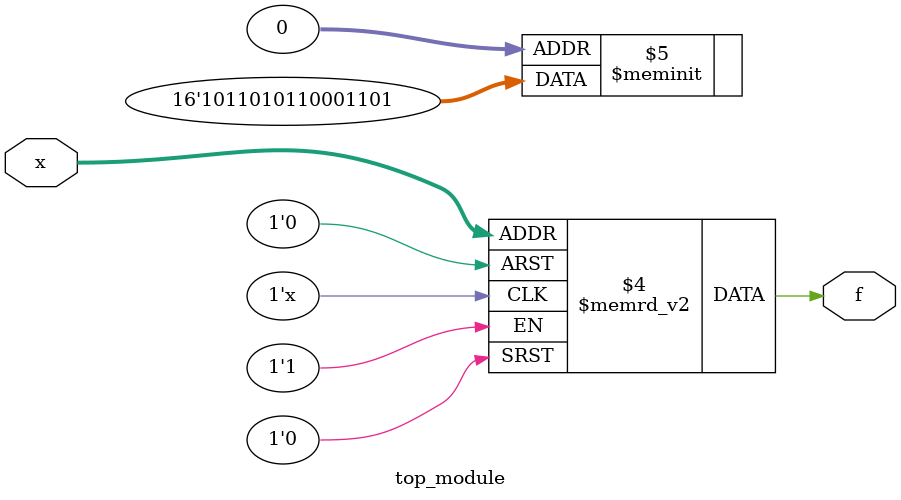
<source format=sv>
module top_module (
	input [4:1] x,
	output logic f
);
    always_comb begin
        case (x)
            4'b0000: f = 1;
            4'b0001: f = 0;
            4'b0011: f = 1;
            4'b0010: f = 1;
            4'b0110: f = 0;
            4'b0111: f = 1;
            4'b0101: f = 0;
            4'b0100: f = 0;
            4'b1100: f = 1;
            4'b1101: f = 1;
            4'b1111: f = 1;
            4'b1110: f = 0;
            4'b1010: f = 1;
            4'b1011: f = 0;
            4'b1001: f = 0;
            4'b1000: f = 1;
        endcase
    end
endmodule

</source>
